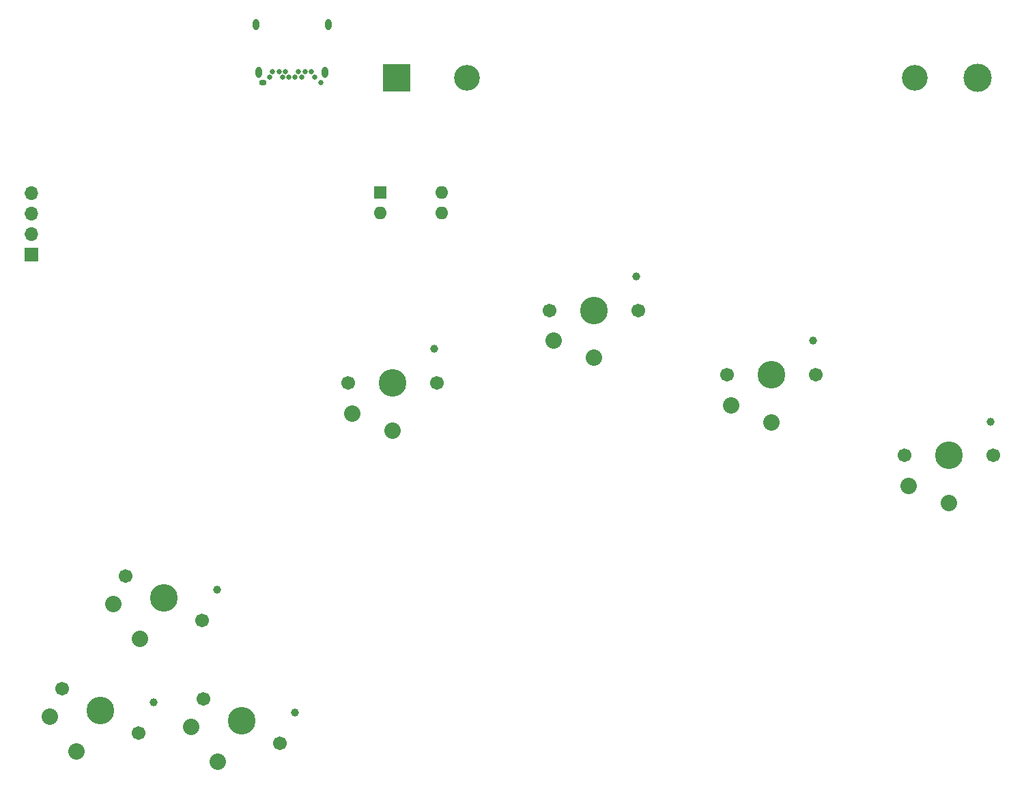
<source format=gbr>
%TF.GenerationSoftware,KiCad,Pcbnew,(5.99.0-9634-gb691c18bfc)*%
%TF.CreationDate,2021-03-07T16:09:04+01:00*%
%TF.ProjectId,keychordz,6b657963-686f-4726-947a-2e6b69636164,rev?*%
%TF.SameCoordinates,Original*%
%TF.FileFunction,Soldermask,Bot*%
%TF.FilePolarity,Negative*%
%FSLAX46Y46*%
G04 Gerber Fmt 4.6, Leading zero omitted, Abs format (unit mm)*
G04 Created by KiCad (PCBNEW (5.99.0-9634-gb691c18bfc)) date 2021-03-07 16:09:04*
%MOMM*%
%LPD*%
G01*
G04 APERTURE LIST*
%ADD10C,1.701800*%
%ADD11C,0.990600*%
%ADD12C,2.032000*%
%ADD13C,3.429000*%
%ADD14C,0.650000*%
%ADD15O,0.950000X0.650000*%
%ADD16O,0.800000X1.400000*%
%ADD17R,1.600000X1.600000*%
%ADD18O,1.600000X1.600000*%
%ADD19R,1.700000X1.700000*%
%ADD20O,1.700000X1.700000*%
%ADD21C,3.200000*%
%ADD22R,3.500000X3.500000*%
%ADD23C,3.500000*%
G04 APERTURE END LIST*
D10*
%TO.C,SW7*%
X100682000Y-59689000D03*
X111682000Y-59689000D03*
D11*
X111402000Y-55489000D03*
D12*
X106182000Y-65589000D03*
X101182000Y-63489000D03*
D13*
X106182000Y-59689000D03*
%TD*%
D10*
%TO.C,SW6*%
X122682000Y-69689000D03*
X133682000Y-69689000D03*
D11*
X133402000Y-65489000D03*
D12*
X128182000Y-75589000D03*
X123182000Y-73489000D03*
D13*
X128182000Y-69689000D03*
%TD*%
D10*
%TO.C,SW5*%
X78682000Y-51689000D03*
X89682000Y-51689000D03*
D11*
X89402000Y-47489000D03*
D12*
X84182000Y-57589000D03*
X79182000Y-55489000D03*
D13*
X84182000Y-51689000D03*
%TD*%
D10*
%TO.C,SW4*%
X53682000Y-60689000D03*
X64682000Y-60689000D03*
D11*
X64402000Y-56489000D03*
D12*
X59182000Y-66589000D03*
X54182000Y-64489000D03*
D13*
X59182000Y-60689000D03*
%TD*%
D10*
%TO.C,SW3*%
X26078860Y-84626000D03*
X35605140Y-90126000D03*
D11*
X37462653Y-86348693D03*
D12*
X27892000Y-92485550D03*
X24611873Y-88166897D03*
D13*
X30842000Y-87376000D03*
%TD*%
D10*
%TO.C,SW2*%
X35730860Y-99866000D03*
X45257140Y-105366000D03*
D11*
X47114653Y-101588693D03*
D12*
X37544000Y-107725550D03*
X34263873Y-103406897D03*
D13*
X40494000Y-102616000D03*
%TD*%
D10*
%TO.C,SW1*%
X18204860Y-98596000D03*
X27731140Y-104096000D03*
D11*
X29588653Y-100318693D03*
D12*
X20018000Y-106455550D03*
X16737873Y-102136897D03*
D13*
X22968000Y-101346000D03*
%TD*%
D14*
%TO.C,J1*%
X49136000Y-22060000D03*
X48336000Y-22060000D03*
X47536000Y-22060000D03*
X45936000Y-22060000D03*
X45136000Y-22060000D03*
X44336000Y-22060000D03*
X49536000Y-22760000D03*
X47936000Y-22760000D03*
X47136000Y-22760000D03*
X46336000Y-22760000D03*
X45536000Y-22760000D03*
X43936000Y-22760000D03*
X50336000Y-23410000D03*
D15*
X43136000Y-23410000D03*
D16*
X51226000Y-16210000D03*
X42246000Y-16210000D03*
X42606000Y-22160000D03*
X50866000Y-22160000D03*
%TD*%
D17*
%TO.C,SW9*%
X57658000Y-37084000D03*
D18*
X57658000Y-39624000D03*
X65278000Y-39624000D03*
X65278000Y-37084000D03*
%TD*%
D19*
%TO.C,J2*%
X14400000Y-44780000D03*
D20*
X14400000Y-42240000D03*
X14400000Y-39700000D03*
X14400000Y-37160000D03*
%TD*%
D21*
%TO.C,BT1*%
X68403000Y-22860000D03*
X124013000Y-22860000D03*
D22*
X59758000Y-22860000D03*
D23*
X131758000Y-22860000D03*
%TD*%
M02*

</source>
